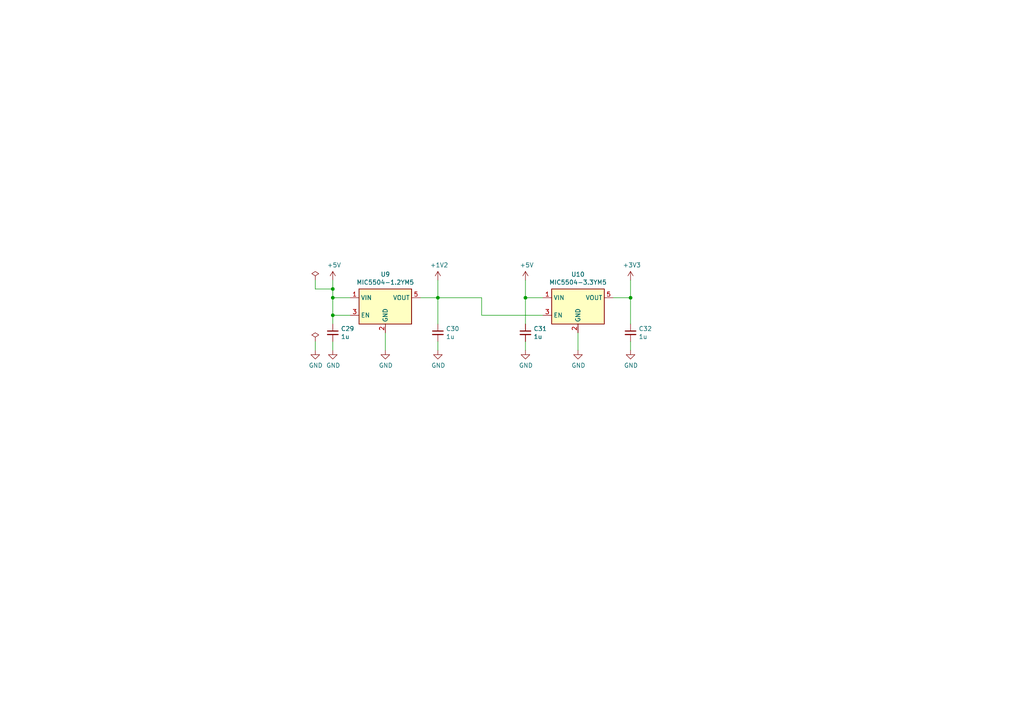
<source format=kicad_sch>
(kicad_sch (version 20211123) (generator eeschema)
  (paper "A4")
  (title_block (title "icE1usb - Power Supply") (date "2022-09-05") (rev "1.1") (comment 1 "CERN-OHL-S") (comment 2 "(C) 2020-2022 Sylvain Munaut"))
  (lib_symbols
    (symbol "Device:C_Small" (pin_numbers hide) (pin_names (offset 0.254) hide)
      (property "Reference" "C" (at 0.254 1.778 0))
      (property "Value" "C_Small" (at 0.254 -2.032 0))
      (symbol "C_Small_0_1"
        (polyline (pts (xy -1.524 -0.508) (xy 1.524 -0.508)) (stroke (width 0.3302)))
        (polyline (pts (xy -1.524 0.508) (xy 1.524 0.508)) (stroke (width 0.3048)))
      )
      (symbol "C_Small_1_1"
        (pin passive line (at 0 2.54 270) (length 2.032) (name "~") (number "1"))
        (pin passive line (at 0 -2.54 90) (length 2.032) (name "~") (number "2"))
      )
    )
    (symbol "Regulator_Linear:MIC5504-1.2YM5"
      (property "Reference" "U" (at -7.62 8.89 0))
      (property "Value" "MIC5504-1.2YM5" (at -7.62 6.35 0))
      (symbol "MIC5504-1.2YM5_0_1"
        (rectangle (start -7.62 -5.08) (end 7.62 5.08) (stroke (width 0.254)) (fill (type background)))
      )
      (symbol "MIC5504-1.2YM5_1_1"
        (pin power_in line (at -10.16 2.54 0) (length 2.54) (name "VIN") (number "1"))
        (pin power_in line (at 0 -7.62 90) (length 2.54) (name "GND") (number "2"))
        (pin input line (at -10.16 -2.54 0) (length 2.54) (name "EN") (number "3"))
        (pin no_connect line (at 7.62 -2.54 180) (length 2.54) hide (name "NC") (number "4"))
        (pin power_out line (at 10.16 2.54 180) (length 2.54) (name "VOUT") (number "5"))
      )
    )
    (symbol "Regulator_Linear:MIC5504-3.3YM5"
      (property "Reference" "U" (at -7.62 8.89 0))
      (property "Value" "MIC5504-3.3YM5" (at -7.62 6.35 0))
      (symbol "MIC5504-3.3YM5_0_1"
        (rectangle (start -7.62 -5.08) (end 7.62 5.08) (stroke (width 0.254)) (fill (type background)))
      )
      (symbol "MIC5504-3.3YM5_1_1"
        (pin power_in line (at -10.16 2.54 0) (length 2.54) (name "VIN") (number "1"))
        (pin power_in line (at 0 -7.62 90) (length 2.54) (name "GND") (number "2"))
        (pin input line (at -10.16 -2.54 0) (length 2.54) (name "EN") (number "3"))
        (pin no_connect line (at 7.62 -2.54 180) (length 2.54) hide (name "NC") (number "4"))
        (pin power_out line (at 10.16 2.54 180) (length 2.54) (name "VOUT") (number "5"))
      )
    )
    (symbol "power:+1V2" (power) (pin_names (offset 0))
      (property "Value" "+1V2" (at 0 3.556 0))
      (symbol "+1V2_0_1"
        (polyline (pts (xy -0.762 1.27) (xy 0 2.54)))
        (polyline (pts (xy 0 0) (xy 0 2.54)))
        (polyline (pts (xy 0 2.54) (xy 0.762 1.27)))
      )
      (symbol "+1V2_1_1"
        (pin power_in line (at 0 0 90) (length 0) hide (name "+1V2") (number "1"))
      )
    )
    (symbol "power:+3V3" (power) (pin_names (offset 0))
      (property "Value" "+3V3" (at 0 3.556 0))
      (symbol "+3V3_0_1"
        (polyline (pts (xy -0.762 1.27) (xy 0 2.54)))
        (polyline (pts (xy 0 0) (xy 0 2.54)))
        (polyline (pts (xy 0 2.54) (xy 0.762 1.27)))
      )
      (symbol "+3V3_1_1"
        (pin power_in line (at 0 0 90) (length 0) hide (name "+3V3") (number "1"))
      )
    )
    (symbol "power:+5V" (power) (pin_names (offset 0))
      (property "Value" "+5V" (at 0 3.556 0))
      (symbol "+5V_0_1"
        (polyline (pts (xy -0.762 1.27) (xy 0 2.54)))
        (polyline (pts (xy 0 0) (xy 0 2.54)))
        (polyline (pts (xy 0 2.54) (xy 0.762 1.27)))
      )
      (symbol "+5V_1_1"
        (pin power_in line (at 0 0 90) (length 0) hide (name "+5V") (number "1"))
      )
    )
    (symbol "power:GND" (power) (pin_names (offset 0))
      (property "Value" "GND" (at 0 -3.81 0))
      (symbol "GND_0_1"
        (polyline (pts (xy 0 0) (xy 0 -1.27) (xy 1.27 -1.27) (xy 0 -2.54) (xy -1.27 -1.27) (xy 0 -1.27)))
      )
      (symbol "GND_1_1"
        (pin power_in line (at 0 0 270) (length 0) hide (name "GND") (number "1"))
      )
    )
    (symbol "power:PWR_FLAG" (power) (pin_numbers hide) (pin_names (offset 0) hide)
      (property "Value" "PWR_FLAG" (at 0 3.81 0))
      (symbol "PWR_FLAG_0_0"
        (pin power_out line (at 0 0 90) (length 0) (name "pwr") (number "1"))
      )
      (symbol "PWR_FLAG_0_1"
        (polyline (pts (xy 0 0) (xy 0 1.27) (xy -1.016 1.905) (xy 0 2.54) (xy 1.016 1.905) (xy 0 1.27)))
      )
    )
  )
  (junction (at 96.52 86.36))
  (junction (at 152.4 86.36))
  (junction (at 127 86.36))
  (junction (at 96.52 83.82))
  (junction (at 96.52 91.44))
  (junction (at 182.88 86.36))
  (wire (pts (xy 182.88 86.36) (xy 182.88 93.98)))
  (wire (pts (xy 182.88 99.06) (xy 182.88 101.6)))
  (wire (pts (xy 121.92 86.36) (xy 127 86.36)))
  (wire (pts (xy 111.76 96.52) (xy 111.76 101.6)))
  (wire (pts (xy 152.4 81.28) (xy 152.4 86.36)))
  (wire (pts (xy 157.48 86.36) (xy 152.4 86.36)))
  (wire (pts (xy 182.88 81.28) (xy 182.88 86.36)))
  (wire (pts (xy 139.7 91.44) (xy 139.7 86.36)))
  (wire (pts (xy 96.52 83.82) (xy 96.52 81.28)))
  (wire (pts (xy 96.52 91.44) (xy 96.52 86.36)))
  (wire (pts (xy 96.52 99.06) (xy 96.52 101.6)))
  (wire (pts (xy 152.4 99.06) (xy 152.4 101.6)))
  (wire (pts (xy 127 81.28) (xy 127 86.36)))
  (wire (pts (xy 152.4 86.36) (xy 152.4 93.98)))
  (wire (pts (xy 167.64 96.52) (xy 167.64 101.6)))
  (wire (pts (xy 101.6 86.36) (xy 96.52 86.36)))
  (wire (pts (xy 127 86.36) (xy 127 93.98)))
  (wire (pts (xy 91.44 81.28) (xy 91.44 83.82)))
  (wire (pts (xy 91.44 99.06) (xy 91.44 101.6)))
  (wire (pts (xy 177.8 86.36) (xy 182.88 86.36)))
  (wire (pts (xy 96.52 91.44) (xy 96.52 93.98)))
  (wire (pts (xy 157.48 91.44) (xy 139.7 91.44)))
  (wire (pts (xy 139.7 86.36) (xy 127 86.36)))
  (wire (pts (xy 96.52 86.36) (xy 96.52 83.82)))
  (wire (pts (xy 127 99.06) (xy 127 101.6)))
  (wire (pts (xy 91.44 83.82) (xy 96.52 83.82)))
  (wire (pts (xy 101.6 91.44) (xy 96.52 91.44)))
  (symbol (lib_id "Regulator_Linear:MIC5504-1.2YM5") (at 111.76 88.9 0) (unit 1)
    (property "Reference" "U9" (at 111.76 79.5782 0))
    (property "Value" "MIC5504-1.2YM5" (at 111.76 81.8896 0))
    (property "Footprint" "Package_TO_SOT_SMD:SOT-23-5" (effects hide))
    (property "Datasheet" "http://ww1.microchip.com/downloads/en/DeviceDoc/MIC550X.pdf" (effects hide))
  )
  (symbol (lib_id "Regulator_Linear:MIC5504-3.3YM5") (at 167.64 88.9 0) (unit 1)
    (property "Reference" "U10" (at 167.64 79.5782 0))
    (property "Value" "MIC5504-3.3YM5" (at 167.64 81.8896 0))
    (property "Footprint" "Package_TO_SOT_SMD:SOT-23-5" (effects hide))
    (property "Datasheet" "http://ww1.microchip.com/downloads/en/DeviceDoc/MIC550X.pdf" (effects hide))
  )
  (symbol (lib_id "power:GND") (at 111.76 101.6 0) (unit 1)
    (property "Reference" "#PWR062" (effects hide))
    (property "Value" "GND" (at 111.887 105.9942 0))
  )
  (symbol (lib_id "power:GND") (at 167.64 101.6 0) (unit 1)
    (property "Reference" "#PWR067" (effects hide))
    (property "Value" "GND" (at 167.767 105.9942 0))
  )
  (symbol (lib_id "power:+3V3") (at 182.88 81.28 0) (unit 1)
    (property "Reference" "#PWR068" (effects hide))
    (property "Value" "+3V3" (at 183.261 76.8858 0))
  )
  (symbol (lib_id "power:+1V2") (at 127 81.28 0) (unit 1)
    (property "Reference" "#PWR063" (effects hide))
    (property "Value" "+1V2" (at 127.381 76.8858 0))
  )
  (symbol (lib_id "power:+5V") (at 96.52 81.28 0) (unit 1)
    (property "Reference" "#PWR060" (effects hide))
    (property "Value" "+5V" (at 96.901 76.8858 0))
  )
  (symbol (lib_id "Device:C_Small") (at 96.52 96.52 0) (unit 1)
    (property "Reference" "C29" (at 98.8568 95.3516 0) (effects (justify left)))
    (property "Value" "1u" (at 98.8568 97.663 0) (effects (justify left)))
    (property "Footprint" "Capacitor_SMD:C_0603_1608Metric" (effects hide))
  )
  (symbol (lib_id "Device:C_Small") (at 127 96.52 0) (unit 1)
    (property "Reference" "C30" (at 129.3368 95.3516 0) (effects (justify left)))
    (property "Value" "1u" (at 129.3368 97.663 0) (effects (justify left)))
    (property "Footprint" "Capacitor_SMD:C_0603_1608Metric" (effects hide))
  )
  (symbol (lib_id "Device:C_Small") (at 152.4 96.52 0) (unit 1)
    (property "Reference" "C31" (at 154.7368 95.3516 0) (effects (justify left)))
    (property "Value" "1u" (at 154.7368 97.663 0) (effects (justify left)))
    (property "Footprint" "Capacitor_SMD:C_0603_1608Metric" (effects hide))
  )
  (symbol (lib_id "Device:C_Small") (at 182.88 96.52 0) (unit 1)
    (property "Reference" "C32" (at 185.2168 95.3516 0) (effects (justify left)))
    (property "Value" "1u" (at 185.2168 97.663 0) (effects (justify left)))
    (property "Footprint" "Capacitor_SMD:C_0603_1608Metric" (effects hide))
  )
  (symbol (lib_id "power:GND") (at 96.52 101.6 0) (unit 1)
    (property "Reference" "#PWR061" (effects hide))
    (property "Value" "GND" (at 96.647 105.9942 0))
  )
  (symbol (lib_id "power:GND") (at 127 101.6 0) (unit 1)
    (property "Reference" "#PWR064" (effects hide))
    (property "Value" "GND" (at 127.127 105.9942 0))
  )
  (symbol (lib_id "power:PWR_FLAG") (at 91.44 81.28 0) (unit 1)
    (property "Reference" "#FLG04" (effects hide))
    (property "Value" "PWR_FLAG" (effects hide))
  )
  (symbol (lib_id "power:+5V") (at 152.4 81.28 0) (unit 1)
    (property "Reference" "#PWR065" (effects hide))
    (property "Value" "+5V" (at 152.781 76.8858 0))
  )
  (symbol (lib_id "power:GND") (at 152.4 101.6 0) (unit 1)
    (property "Reference" "#PWR066" (effects hide))
    (property "Value" "GND" (at 152.527 105.9942 0))
  )
  (symbol (lib_id "power:GND") (at 182.88 101.6 0) (unit 1)
    (property "Reference" "#PWR069" (effects hide))
    (property "Value" "GND" (at 183.007 105.9942 0))
  )
  (symbol (lib_id "power:GND") (at 91.44 101.6 0) (unit 1)
    (property "Reference" "#PWR059" (effects hide))
    (property "Value" "GND" (at 91.567 105.9942 0))
  )
  (symbol (lib_id "power:PWR_FLAG") (at 91.44 99.06 0) (unit 1)
    (property "Reference" "#FLG05" (effects hide))
    (property "Value" "PWR_FLAG" (effects hide))
  )
)
</source>
